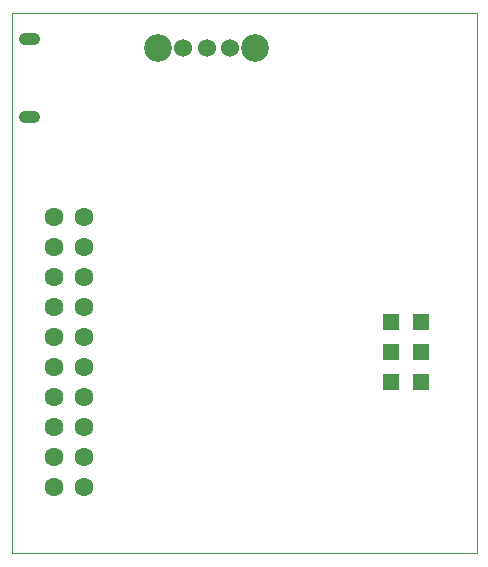
<source format=gbs>
G75*
%MOIN*%
%OFA0B0*%
%FSLAX25Y25*%
%IPPOS*%
%LPD*%
%AMOC8*
5,1,8,0,0,1.08239X$1,22.5*
%
%ADD10C,0.00000*%
%ADD11C,0.03943*%
%ADD12C,0.06000*%
%ADD13C,0.09258*%
%ADD14R,0.05715X0.05715*%
%ADD15C,0.06306*%
D10*
X0001500Y0001500D02*
X0001500Y0181500D01*
X0156500Y0181500D01*
X0156500Y0001500D01*
X0001500Y0001500D01*
D11*
X0008866Y0147008D02*
X0008866Y0147008D01*
X0006110Y0147008D01*
X0006110Y0147008D01*
X0008866Y0147008D01*
X0008866Y0172992D02*
X0008866Y0172992D01*
X0006110Y0172992D01*
X0006110Y0172992D01*
X0008866Y0172992D01*
D12*
X0058600Y0170000D03*
X0066500Y0170000D03*
X0074400Y0170000D03*
D13*
X0082650Y0170000D03*
X0050350Y0170000D03*
D14*
X0128000Y0078500D03*
X0128000Y0068500D03*
X0128000Y0058500D03*
X0138000Y0058500D03*
X0138000Y0068500D03*
X0138000Y0078500D03*
D15*
X0025500Y0073500D03*
X0025500Y0083500D03*
X0025500Y0093500D03*
X0025500Y0103500D03*
X0025500Y0113500D03*
X0015500Y0113500D03*
X0015500Y0103500D03*
X0015500Y0093500D03*
X0015500Y0083500D03*
X0015500Y0073500D03*
X0015500Y0063500D03*
X0015500Y0053500D03*
X0015500Y0043500D03*
X0015500Y0033500D03*
X0015500Y0023500D03*
X0025500Y0023500D03*
X0025500Y0033500D03*
X0025500Y0043500D03*
X0025500Y0053500D03*
X0025500Y0063500D03*
M02*

</source>
